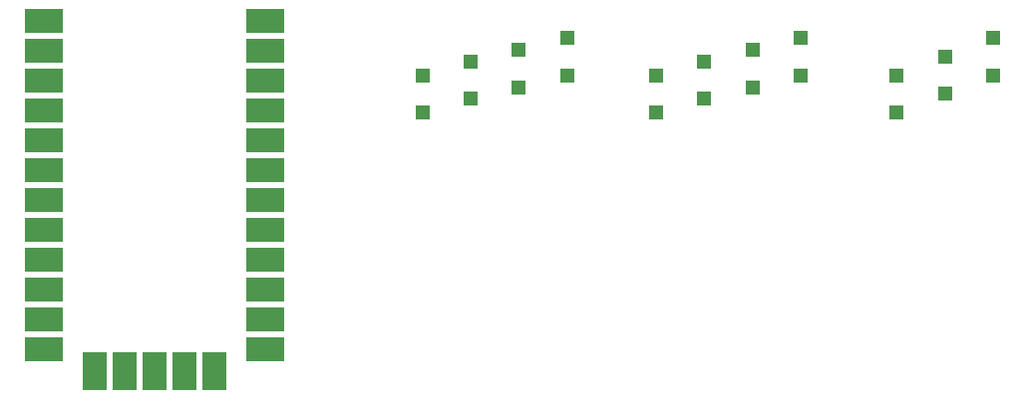
<source format=gbr>
%TF.GenerationSoftware,KiCad,Pcbnew,7.0.9-7.0.9~ubuntu22.04.1*%
%TF.CreationDate,2023-12-14T18:44:13-05:00*%
%TF.ProjectId,macrocoaster_v2,6d616372-6f63-46f6-9173-7465725f7632,rev?*%
%TF.SameCoordinates,Original*%
%TF.FileFunction,Paste,Top*%
%TF.FilePolarity,Positive*%
%FSLAX46Y46*%
G04 Gerber Fmt 4.6, Leading zero omitted, Abs format (unit mm)*
G04 Created by KiCad (PCBNEW 7.0.9-7.0.9~ubuntu22.04.1) date 2023-12-14 18:44:13*
%MOMM*%
%LPD*%
G01*
G04 APERTURE LIST*
%ADD10R,3.250000X2.000000*%
%ADD11R,2.000000X3.250000*%
%ADD12R,1.200000X1.200000*%
G04 APERTURE END LIST*
D10*
%TO.C,U1*%
X59472000Y-45920000D03*
X59472000Y-48460000D03*
X59472000Y-51000000D03*
X59472000Y-53540000D03*
X59472000Y-56080000D03*
X59472000Y-58620000D03*
X59472000Y-61160000D03*
X59472000Y-63700000D03*
X59472000Y-66240000D03*
X59472000Y-68780000D03*
X59472000Y-71320000D03*
X59472000Y-73860000D03*
X78268000Y-73860000D03*
X78268000Y-71320000D03*
X78268000Y-68780000D03*
X78268000Y-66240000D03*
X78268000Y-63700000D03*
X78268000Y-61160000D03*
X78268000Y-58620000D03*
X78268000Y-56080000D03*
X78268000Y-53540000D03*
X78268000Y-51000000D03*
X78268000Y-48460000D03*
X78268000Y-45920000D03*
D11*
X63790000Y-75765000D03*
X66330000Y-75765000D03*
X68870000Y-75765000D03*
X71410000Y-75765000D03*
X73950000Y-75765000D03*
%TD*%
D12*
%TO.C,D8*%
X136000000Y-52162500D03*
X136000000Y-49012500D03*
%TD*%
%TO.C,D2*%
X123750000Y-47425000D03*
X123750000Y-50575000D03*
%TD*%
%TO.C,D11*%
X131916667Y-50600000D03*
X131916667Y-53750000D03*
%TD*%
%TO.C,D1*%
X103916667Y-47425000D03*
X103916667Y-50575000D03*
%TD*%
%TO.C,D7*%
X115583333Y-49425000D03*
X115583333Y-52575000D03*
%TD*%
%TO.C,D4*%
X119666666Y-48425000D03*
X119666666Y-51575000D03*
%TD*%
%TO.C,D5*%
X140083334Y-47425000D03*
X140083334Y-50575000D03*
%TD*%
%TO.C,D3*%
X99833333Y-51575000D03*
X99833333Y-48425000D03*
%TD*%
%TO.C,D6*%
X95750000Y-49425000D03*
X95750000Y-52575000D03*
%TD*%
%TO.C,D9*%
X91666667Y-53750000D03*
X91666667Y-50600000D03*
%TD*%
%TO.C,D10*%
X111500000Y-50600000D03*
X111500000Y-53750000D03*
%TD*%
M02*

</source>
